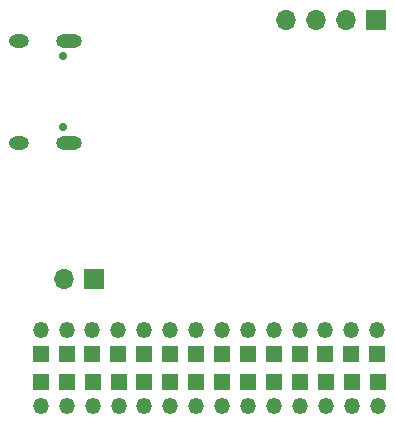
<source format=gbs>
%TF.GenerationSoftware,KiCad,Pcbnew,7.0.10*%
%TF.CreationDate,2024-02-03T16:53:46+08:00*%
%TF.ProjectId,ad7142-eval,61643731-3432-42d6-9576-616c2e6b6963,rev?*%
%TF.SameCoordinates,Original*%
%TF.FileFunction,Soldermask,Bot*%
%TF.FilePolarity,Negative*%
%FSLAX46Y46*%
G04 Gerber Fmt 4.6, Leading zero omitted, Abs format (unit mm)*
G04 Created by KiCad (PCBNEW 7.0.10) date 2024-02-03 16:53:46*
%MOMM*%
%LPD*%
G01*
G04 APERTURE LIST*
%ADD10R,1.350000X1.350000*%
%ADD11O,1.350000X1.350000*%
%ADD12R,1.700000X1.700000*%
%ADD13O,1.700000X1.700000*%
%ADD14O,1.701800X1.102400*%
%ADD15O,2.202200X1.102400*%
%ADD16C,0.701000*%
G04 APERTURE END LIST*
D10*
%TO.C,J23*%
X122911342Y-111680000D03*
D11*
X122911342Y-113680000D03*
%TD*%
D10*
%TO.C,J11*%
X127271342Y-109280000D03*
D11*
X127271342Y-107280000D03*
%TD*%
D10*
%TO.C,J17*%
X109752886Y-111680000D03*
D11*
X109752886Y-113680000D03*
%TD*%
D10*
%TO.C,J12*%
X129463649Y-109280000D03*
D11*
X129463649Y-107280000D03*
%TD*%
D12*
%TO.C,J1*%
X138107500Y-81010000D03*
D13*
X135567500Y-81010000D03*
X133027500Y-81010000D03*
X130487500Y-81010000D03*
%TD*%
D10*
%TO.C,J10*%
X125079035Y-109280000D03*
D11*
X125079035Y-107280000D03*
%TD*%
D10*
%TO.C,J29*%
X136069798Y-111680000D03*
D11*
X136069798Y-113680000D03*
%TD*%
D10*
%TO.C,J14*%
X133848263Y-109280000D03*
D11*
X133848263Y-107280000D03*
%TD*%
D10*
%TO.C,J16*%
X138232877Y-109280000D03*
D11*
X138232877Y-107280000D03*
%TD*%
D10*
%TO.C,J19*%
X114139038Y-111680000D03*
D11*
X114139038Y-113680000D03*
%TD*%
D10*
%TO.C,J18*%
X111945962Y-111680000D03*
D11*
X111945962Y-113680000D03*
%TD*%
D10*
%TO.C,J9*%
X122886728Y-109280000D03*
D11*
X122886728Y-107280000D03*
%TD*%
D10*
%TO.C,J20*%
X116332114Y-111680000D03*
D11*
X116332114Y-113680000D03*
%TD*%
D10*
%TO.C,J7*%
X118502114Y-109280000D03*
D11*
X118502114Y-107280000D03*
%TD*%
D10*
%TO.C,J15*%
X136040570Y-109280000D03*
D11*
X136040570Y-107280000D03*
%TD*%
D10*
%TO.C,J13*%
X131655956Y-109280000D03*
D11*
X131655956Y-107280000D03*
%TD*%
D10*
%TO.C,J22*%
X120718266Y-111680000D03*
D11*
X120718266Y-113680000D03*
%TD*%
D10*
%TO.C,J24*%
X125104418Y-111680000D03*
D11*
X125104418Y-113680000D03*
%TD*%
D10*
%TO.C,J28*%
X133876722Y-111680000D03*
D11*
X133876722Y-113680000D03*
%TD*%
D10*
%TO.C,J25*%
X127297494Y-111680000D03*
D11*
X127297494Y-113680000D03*
%TD*%
D10*
%TO.C,J6*%
X116309807Y-109280000D03*
D11*
X116309807Y-107280000D03*
%TD*%
D10*
%TO.C,J21*%
X118525190Y-111680000D03*
D11*
X118525190Y-113680000D03*
%TD*%
D10*
%TO.C,J26*%
X129490570Y-111680000D03*
D11*
X129490570Y-113680000D03*
%TD*%
D10*
%TO.C,J27*%
X131683646Y-111680000D03*
D11*
X131683646Y-113680000D03*
%TD*%
D10*
%TO.C,J3*%
X109732886Y-109280000D03*
D11*
X109732886Y-107280000D03*
%TD*%
D10*
%TO.C,J4*%
X111925193Y-109280000D03*
D11*
X111925193Y-107280000D03*
%TD*%
D10*
%TO.C,J8*%
X120694421Y-109280000D03*
D11*
X120694421Y-107280000D03*
%TD*%
D10*
%TO.C,J30*%
X138262874Y-111680000D03*
D11*
X138262874Y-113680000D03*
%TD*%
D14*
%TO.C,USB1*%
X107939400Y-91382900D03*
X107939400Y-82741900D03*
D15*
X112120200Y-91382900D03*
X112120200Y-82741900D03*
D16*
X111589400Y-90041800D03*
X111589400Y-84083000D03*
%TD*%
D10*
%TO.C,J5*%
X114117500Y-109280000D03*
D11*
X114117500Y-107280000D03*
%TD*%
D12*
%TO.C,J2*%
X114242500Y-102970000D03*
D13*
X111702500Y-102970000D03*
%TD*%
M02*

</source>
